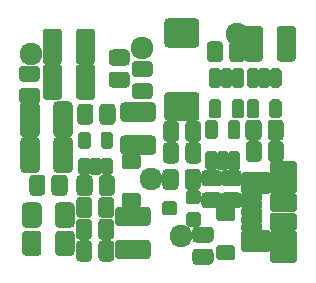
<source format=gbr>
G04 #@! TF.GenerationSoftware,KiCad,Pcbnew,5.1.8+dfsg1-1~bpo10+1*
G04 #@! TF.CreationDate,2020-11-10T16:56:22+03:00*
G04 #@! TF.ProjectId,cs,63732e6b-6963-4616-945f-706362585858,rev?*
G04 #@! TF.SameCoordinates,Original*
G04 #@! TF.FileFunction,Soldermask,Bot*
G04 #@! TF.FilePolarity,Negative*
%FSLAX46Y46*%
G04 Gerber Fmt 4.6, Leading zero omitted, Abs format (unit mm)*
G04 Created by KiCad (PCBNEW 5.1.8+dfsg1-1~bpo10+1) date 2020-11-10 16:56:22*
%MOMM*%
%LPD*%
G01*
G04 APERTURE LIST*
%ADD10C,1.924000*%
G04 APERTURE END LIST*
G36*
G01*
X228305400Y-23015200D02*
X228955400Y-23015200D01*
G75*
G02*
X229155400Y-23215200I0J-200000D01*
G01*
X229155400Y-24435200D01*
G75*
G02*
X228955400Y-24635200I-200000J0D01*
G01*
X228305400Y-24635200D01*
G75*
G02*
X228105400Y-24435200I0J200000D01*
G01*
X228105400Y-23215200D01*
G75*
G02*
X228305400Y-23015200I200000J0D01*
G01*
G37*
G36*
G01*
X229255400Y-23015200D02*
X229905400Y-23015200D01*
G75*
G02*
X230105400Y-23215200I0J-200000D01*
G01*
X230105400Y-24435200D01*
G75*
G02*
X229905400Y-24635200I-200000J0D01*
G01*
X229255400Y-24635200D01*
G75*
G02*
X229055400Y-24435200I0J200000D01*
G01*
X229055400Y-23215200D01*
G75*
G02*
X229255400Y-23015200I200000J0D01*
G01*
G37*
G36*
G01*
X230205400Y-23015200D02*
X230855400Y-23015200D01*
G75*
G02*
X231055400Y-23215200I0J-200000D01*
G01*
X231055400Y-24435200D01*
G75*
G02*
X230855400Y-24635200I-200000J0D01*
G01*
X230205400Y-24635200D01*
G75*
G02*
X230005400Y-24435200I0J200000D01*
G01*
X230005400Y-23215200D01*
G75*
G02*
X230205400Y-23015200I200000J0D01*
G01*
G37*
G36*
G01*
X230205400Y-25635200D02*
X230855400Y-25635200D01*
G75*
G02*
X231055400Y-25835200I0J-200000D01*
G01*
X231055400Y-27055200D01*
G75*
G02*
X230855400Y-27255200I-200000J0D01*
G01*
X230205400Y-27255200D01*
G75*
G02*
X230005400Y-27055200I0J200000D01*
G01*
X230005400Y-25835200D01*
G75*
G02*
X230205400Y-25635200I200000J0D01*
G01*
G37*
G36*
G01*
X228305400Y-25635200D02*
X228955400Y-25635200D01*
G75*
G02*
X229155400Y-25835200I0J-200000D01*
G01*
X229155400Y-27055200D01*
G75*
G02*
X228955400Y-27255200I-200000J0D01*
G01*
X228305400Y-27255200D01*
G75*
G02*
X228105400Y-27055200I0J200000D01*
G01*
X228105400Y-25835200D01*
G75*
G02*
X228305400Y-25635200I200000J0D01*
G01*
G37*
G36*
G01*
X216585680Y-32045660D02*
X215935680Y-32045660D01*
G75*
G02*
X215735680Y-31845660I0J200000D01*
G01*
X215735680Y-30785660D01*
G75*
G02*
X215935680Y-30585660I200000J0D01*
G01*
X216585680Y-30585660D01*
G75*
G02*
X216785680Y-30785660I0J-200000D01*
G01*
X216785680Y-31845660D01*
G75*
G02*
X216585680Y-32045660I-200000J0D01*
G01*
G37*
G36*
G01*
X215635680Y-32045660D02*
X214985680Y-32045660D01*
G75*
G02*
X214785680Y-31845660I0J200000D01*
G01*
X214785680Y-30785660D01*
G75*
G02*
X214985680Y-30585660I200000J0D01*
G01*
X215635680Y-30585660D01*
G75*
G02*
X215835680Y-30785660I0J-200000D01*
G01*
X215835680Y-31845660D01*
G75*
G02*
X215635680Y-32045660I-200000J0D01*
G01*
G37*
G36*
G01*
X214685680Y-32045660D02*
X214035680Y-32045660D01*
G75*
G02*
X213835680Y-31845660I0J200000D01*
G01*
X213835680Y-30785660D01*
G75*
G02*
X214035680Y-30585660I200000J0D01*
G01*
X214685680Y-30585660D01*
G75*
G02*
X214885680Y-30785660I0J-200000D01*
G01*
X214885680Y-31845660D01*
G75*
G02*
X214685680Y-32045660I-200000J0D01*
G01*
G37*
G36*
G01*
X214685680Y-29845660D02*
X214035680Y-29845660D01*
G75*
G02*
X213835680Y-29645660I0J200000D01*
G01*
X213835680Y-28585660D01*
G75*
G02*
X214035680Y-28385660I200000J0D01*
G01*
X214685680Y-28385660D01*
G75*
G02*
X214885680Y-28585660I0J-200000D01*
G01*
X214885680Y-29645660D01*
G75*
G02*
X214685680Y-29845660I-200000J0D01*
G01*
G37*
G36*
G01*
X216585680Y-29845660D02*
X215935680Y-29845660D01*
G75*
G02*
X215735680Y-29645660I0J200000D01*
G01*
X215735680Y-28585660D01*
G75*
G02*
X215935680Y-28385660I200000J0D01*
G01*
X216585680Y-28385660D01*
G75*
G02*
X216785680Y-28585660I0J-200000D01*
G01*
X216785680Y-29645660D01*
G75*
G02*
X216585680Y-29845660I-200000J0D01*
G01*
G37*
D10*
X219219780Y-21277580D03*
G36*
G01*
X224220800Y-33514000D02*
X224220800Y-34314000D01*
G75*
G02*
X224020800Y-34514000I-200000J0D01*
G01*
X223120800Y-34514000D01*
G75*
G02*
X222920800Y-34314000I0J200000D01*
G01*
X222920800Y-33514000D01*
G75*
G02*
X223120800Y-33314000I200000J0D01*
G01*
X224020800Y-33314000D01*
G75*
G02*
X224220800Y-33514000I0J-200000D01*
G01*
G37*
G36*
G01*
X224220800Y-35414000D02*
X224220800Y-36214000D01*
G75*
G02*
X224020800Y-36414000I-200000J0D01*
G01*
X223120800Y-36414000D01*
G75*
G02*
X222920800Y-36214000I0J200000D01*
G01*
X222920800Y-35414000D01*
G75*
G02*
X223120800Y-35214000I200000J0D01*
G01*
X224020800Y-35214000D01*
G75*
G02*
X224220800Y-35414000I0J-200000D01*
G01*
G37*
G36*
G01*
X222220800Y-34464000D02*
X222220800Y-35264000D01*
G75*
G02*
X222020800Y-35464000I-200000J0D01*
G01*
X221120800Y-35464000D01*
G75*
G02*
X220920800Y-35264000I0J200000D01*
G01*
X220920800Y-34464000D01*
G75*
G02*
X221120800Y-34264000I200000J0D01*
G01*
X222020800Y-34264000D01*
G75*
G02*
X222220800Y-34464000I0J-200000D01*
G01*
G37*
G36*
G01*
X213673020Y-33487350D02*
X213673020Y-32374850D01*
G75*
G02*
X214016770Y-32031100I343750J0D01*
G01*
X214704270Y-32031100D01*
G75*
G02*
X215048020Y-32374850I0J-343750D01*
G01*
X215048020Y-33487350D01*
G75*
G02*
X214704270Y-33831100I-343750J0D01*
G01*
X214016770Y-33831100D01*
G75*
G02*
X213673020Y-33487350I0J343750D01*
G01*
G37*
G36*
G01*
X215548020Y-33487350D02*
X215548020Y-32374850D01*
G75*
G02*
X215891770Y-32031100I343750J0D01*
G01*
X216579270Y-32031100D01*
G75*
G02*
X216923020Y-32374850I0J-343750D01*
G01*
X216923020Y-33487350D01*
G75*
G02*
X216579270Y-33831100I-343750J0D01*
G01*
X215891770Y-33831100D01*
G75*
G02*
X215548020Y-33487350I0J343750D01*
G01*
G37*
G36*
G01*
X227335000Y-31645600D02*
X226685000Y-31645600D01*
G75*
G02*
X226485000Y-31445600I0J200000D01*
G01*
X226485000Y-30225600D01*
G75*
G02*
X226685000Y-30025600I200000J0D01*
G01*
X227335000Y-30025600D01*
G75*
G02*
X227535000Y-30225600I0J-200000D01*
G01*
X227535000Y-31445600D01*
G75*
G02*
X227335000Y-31645600I-200000J0D01*
G01*
G37*
G36*
G01*
X226385000Y-31645600D02*
X225735000Y-31645600D01*
G75*
G02*
X225535000Y-31445600I0J200000D01*
G01*
X225535000Y-30225600D01*
G75*
G02*
X225735000Y-30025600I200000J0D01*
G01*
X226385000Y-30025600D01*
G75*
G02*
X226585000Y-30225600I0J-200000D01*
G01*
X226585000Y-31445600D01*
G75*
G02*
X226385000Y-31645600I-200000J0D01*
G01*
G37*
G36*
G01*
X225435000Y-31645600D02*
X224785000Y-31645600D01*
G75*
G02*
X224585000Y-31445600I0J200000D01*
G01*
X224585000Y-30225600D01*
G75*
G02*
X224785000Y-30025600I200000J0D01*
G01*
X225435000Y-30025600D01*
G75*
G02*
X225635000Y-30225600I0J-200000D01*
G01*
X225635000Y-31445600D01*
G75*
G02*
X225435000Y-31645600I-200000J0D01*
G01*
G37*
G36*
G01*
X225435000Y-29025600D02*
X224785000Y-29025600D01*
G75*
G02*
X224585000Y-28825600I0J200000D01*
G01*
X224585000Y-27605600D01*
G75*
G02*
X224785000Y-27405600I200000J0D01*
G01*
X225435000Y-27405600D01*
G75*
G02*
X225635000Y-27605600I0J-200000D01*
G01*
X225635000Y-28825600D01*
G75*
G02*
X225435000Y-29025600I-200000J0D01*
G01*
G37*
G36*
G01*
X227335000Y-29025600D02*
X226685000Y-29025600D01*
G75*
G02*
X226485000Y-28825600I0J200000D01*
G01*
X226485000Y-27605600D01*
G75*
G02*
X226685000Y-27405600I200000J0D01*
G01*
X227335000Y-27405600D01*
G75*
G02*
X227535000Y-27605600I0J-200000D01*
G01*
X227535000Y-28825600D01*
G75*
G02*
X227335000Y-29025600I-200000J0D01*
G01*
G37*
G36*
G01*
X213628120Y-25360560D02*
X213628120Y-22970560D01*
G75*
G02*
X213958120Y-22640560I330000J0D01*
G01*
X214948120Y-22640560D01*
G75*
G02*
X215278120Y-22970560I0J-330000D01*
G01*
X215278120Y-25360560D01*
G75*
G02*
X214948120Y-25690560I-330000J0D01*
G01*
X213958120Y-25690560D01*
G75*
G02*
X213628120Y-25360560I0J330000D01*
G01*
G37*
G36*
G01*
X210828120Y-25360560D02*
X210828120Y-22970560D01*
G75*
G02*
X211158120Y-22640560I330000J0D01*
G01*
X212148120Y-22640560D01*
G75*
G02*
X212478120Y-22970560I0J-330000D01*
G01*
X212478120Y-25360560D01*
G75*
G02*
X212148120Y-25690560I-330000J0D01*
G01*
X211158120Y-25690560D01*
G75*
G02*
X210828120Y-25360560I0J330000D01*
G01*
G37*
G36*
G01*
X215017780Y-34231590D02*
X215017780Y-35344090D01*
G75*
G02*
X214674030Y-35687840I-343750J0D01*
G01*
X213986530Y-35687840D01*
G75*
G02*
X213642780Y-35344090I0J343750D01*
G01*
X213642780Y-34231590D01*
G75*
G02*
X213986530Y-33887840I343750J0D01*
G01*
X214674030Y-33887840D01*
G75*
G02*
X215017780Y-34231590I0J-343750D01*
G01*
G37*
G36*
G01*
X216892780Y-34231590D02*
X216892780Y-35344090D01*
G75*
G02*
X216549030Y-35687840I-343750J0D01*
G01*
X215861530Y-35687840D01*
G75*
G02*
X215517780Y-35344090I0J343750D01*
G01*
X215517780Y-34231590D01*
G75*
G02*
X215861530Y-33887840I343750J0D01*
G01*
X216549030Y-33887840D01*
G75*
G02*
X216892780Y-34231590I0J-343750D01*
G01*
G37*
G36*
G01*
X217252620Y-34717220D02*
X219642620Y-34717220D01*
G75*
G02*
X219972620Y-35047220I0J-330000D01*
G01*
X219972620Y-36037220D01*
G75*
G02*
X219642620Y-36367220I-330000J0D01*
G01*
X217252620Y-36367220D01*
G75*
G02*
X216922620Y-36037220I0J330000D01*
G01*
X216922620Y-35047220D01*
G75*
G02*
X217252620Y-34717220I330000J0D01*
G01*
G37*
G36*
G01*
X217252620Y-37517220D02*
X219642620Y-37517220D01*
G75*
G02*
X219972620Y-37847220I0J-330000D01*
G01*
X219972620Y-38837220D01*
G75*
G02*
X219642620Y-39167220I-330000J0D01*
G01*
X217252620Y-39167220D01*
G75*
G02*
X216922620Y-38837220I0J330000D01*
G01*
X216922620Y-37847220D01*
G75*
G02*
X217252620Y-37517220I330000J0D01*
G01*
G37*
G36*
G01*
X226914000Y-39258000D02*
X225714000Y-39258000D01*
G75*
G02*
X225514000Y-39058000I0J200000D01*
G01*
X225514000Y-38158000D01*
G75*
G02*
X225714000Y-37958000I200000J0D01*
G01*
X226914000Y-37958000D01*
G75*
G02*
X227114000Y-38158000I0J-200000D01*
G01*
X227114000Y-39058000D01*
G75*
G02*
X226914000Y-39258000I-200000J0D01*
G01*
G37*
G36*
G01*
X226914000Y-35958000D02*
X225714000Y-35958000D01*
G75*
G02*
X225514000Y-35758000I0J200000D01*
G01*
X225514000Y-34858000D01*
G75*
G02*
X225714000Y-34658000I200000J0D01*
G01*
X226914000Y-34658000D01*
G75*
G02*
X227114000Y-34858000I0J-200000D01*
G01*
X227114000Y-35758000D01*
G75*
G02*
X226914000Y-35958000I-200000J0D01*
G01*
G37*
G36*
G01*
X218907920Y-31553640D02*
X217707920Y-31553640D01*
G75*
G02*
X217507920Y-31353640I0J200000D01*
G01*
X217507920Y-30453640D01*
G75*
G02*
X217707920Y-30253640I200000J0D01*
G01*
X218907920Y-30253640D01*
G75*
G02*
X219107920Y-30453640I0J-200000D01*
G01*
X219107920Y-31353640D01*
G75*
G02*
X218907920Y-31553640I-200000J0D01*
G01*
G37*
G36*
G01*
X218907920Y-34853640D02*
X217707920Y-34853640D01*
G75*
G02*
X217507920Y-34653640I0J200000D01*
G01*
X217507920Y-33753640D01*
G75*
G02*
X217707920Y-33553640I200000J0D01*
G01*
X218907920Y-33553640D01*
G75*
G02*
X219107920Y-33753640I0J-200000D01*
G01*
X219107920Y-34653640D01*
G75*
G02*
X218907920Y-34853640I-200000J0D01*
G01*
G37*
G36*
G01*
X209679900Y-33464490D02*
X209679900Y-32351990D01*
G75*
G02*
X210023650Y-32008240I343750J0D01*
G01*
X210711150Y-32008240D01*
G75*
G02*
X211054900Y-32351990I0J-343750D01*
G01*
X211054900Y-33464490D01*
G75*
G02*
X210711150Y-33808240I-343750J0D01*
G01*
X210023650Y-33808240D01*
G75*
G02*
X209679900Y-33464490I0J343750D01*
G01*
G37*
G36*
G01*
X211554900Y-33464490D02*
X211554900Y-32351990D01*
G75*
G02*
X211898650Y-32008240I343750J0D01*
G01*
X212586150Y-32008240D01*
G75*
G02*
X212929900Y-32351990I0J-343750D01*
G01*
X212929900Y-33464490D01*
G75*
G02*
X212586150Y-33808240I-343750J0D01*
G01*
X211898650Y-33808240D01*
G75*
G02*
X211554900Y-33464490I0J343750D01*
G01*
G37*
G36*
G01*
X209146150Y-22781620D02*
X210258650Y-22781620D01*
G75*
G02*
X210602400Y-23125370I0J-343750D01*
G01*
X210602400Y-23812870D01*
G75*
G02*
X210258650Y-24156620I-343750J0D01*
G01*
X209146150Y-24156620D01*
G75*
G02*
X208802400Y-23812870I0J343750D01*
G01*
X208802400Y-23125370D01*
G75*
G02*
X209146150Y-22781620I343750J0D01*
G01*
G37*
G36*
G01*
X209146150Y-24656620D02*
X210258650Y-24656620D01*
G75*
G02*
X210602400Y-25000370I0J-343750D01*
G01*
X210602400Y-25687870D01*
G75*
G02*
X210258650Y-26031620I-343750J0D01*
G01*
X209146150Y-26031620D01*
G75*
G02*
X208802400Y-25687870I0J343750D01*
G01*
X208802400Y-25000370D01*
G75*
G02*
X209146150Y-24656620I343750J0D01*
G01*
G37*
G36*
G01*
X222827900Y-32966650D02*
X222827900Y-31854150D01*
G75*
G02*
X223171650Y-31510400I343750J0D01*
G01*
X223859150Y-31510400D01*
G75*
G02*
X224202900Y-31854150I0J-343750D01*
G01*
X224202900Y-32966650D01*
G75*
G02*
X223859150Y-33310400I-343750J0D01*
G01*
X223171650Y-33310400D01*
G75*
G02*
X222827900Y-32966650I0J343750D01*
G01*
G37*
G36*
G01*
X220952900Y-32966650D02*
X220952900Y-31854150D01*
G75*
G02*
X221296650Y-31510400I343750J0D01*
G01*
X221984150Y-31510400D01*
G75*
G02*
X222327900Y-31854150I0J-343750D01*
G01*
X222327900Y-32966650D01*
G75*
G02*
X221984150Y-33310400I-343750J0D01*
G01*
X221296650Y-33310400D01*
G75*
G02*
X220952900Y-32966650I0J343750D01*
G01*
G37*
G36*
G01*
X216874520Y-36088330D02*
X216874520Y-37200830D01*
G75*
G02*
X216530770Y-37544580I-343750J0D01*
G01*
X215843270Y-37544580D01*
G75*
G02*
X215499520Y-37200830I0J343750D01*
G01*
X215499520Y-36088330D01*
G75*
G02*
X215843270Y-35744580I343750J0D01*
G01*
X216530770Y-35744580D01*
G75*
G02*
X216874520Y-36088330I0J-343750D01*
G01*
G37*
G36*
G01*
X214999520Y-36088330D02*
X214999520Y-37200830D01*
G75*
G02*
X214655770Y-37544580I-343750J0D01*
G01*
X213968270Y-37544580D01*
G75*
G02*
X213624520Y-37200830I0J343750D01*
G01*
X213624520Y-36088330D01*
G75*
G02*
X213968270Y-35744580I343750J0D01*
G01*
X214655770Y-35744580D01*
G75*
G02*
X214999520Y-36088330I0J-343750D01*
G01*
G37*
G36*
G01*
X228003460Y-30609530D02*
X228003460Y-29497030D01*
G75*
G02*
X228347210Y-29153280I343750J0D01*
G01*
X229034710Y-29153280D01*
G75*
G02*
X229378460Y-29497030I0J-343750D01*
G01*
X229378460Y-30609530D01*
G75*
G02*
X229034710Y-30953280I-343750J0D01*
G01*
X228347210Y-30953280D01*
G75*
G02*
X228003460Y-30609530I0J343750D01*
G01*
G37*
G36*
G01*
X229878460Y-30609530D02*
X229878460Y-29497030D01*
G75*
G02*
X230222210Y-29153280I343750J0D01*
G01*
X230909710Y-29153280D01*
G75*
G02*
X231253460Y-29497030I0J-343750D01*
G01*
X231253460Y-30609530D01*
G75*
G02*
X230909710Y-30953280I-343750J0D01*
G01*
X230222210Y-30953280D01*
G75*
G02*
X229878460Y-30609530I0J343750D01*
G01*
G37*
G36*
G01*
X225701850Y-33000900D02*
X224589350Y-33000900D01*
G75*
G02*
X224245600Y-32657150I0J343750D01*
G01*
X224245600Y-31969650D01*
G75*
G02*
X224589350Y-31625900I343750J0D01*
G01*
X225701850Y-31625900D01*
G75*
G02*
X226045600Y-31969650I0J-343750D01*
G01*
X226045600Y-32657150D01*
G75*
G02*
X225701850Y-33000900I-343750J0D01*
G01*
G37*
G36*
G01*
X225701850Y-34875900D02*
X224589350Y-34875900D01*
G75*
G02*
X224245600Y-34532150I0J343750D01*
G01*
X224245600Y-33844650D01*
G75*
G02*
X224589350Y-33500900I343750J0D01*
G01*
X225701850Y-33500900D01*
G75*
G02*
X226045600Y-33844650I0J-343750D01*
G01*
X226045600Y-34532150D01*
G75*
G02*
X225701850Y-34875900I-343750J0D01*
G01*
G37*
G36*
G01*
X224253700Y-29618950D02*
X224253700Y-30731450D01*
G75*
G02*
X223909950Y-31075200I-343750J0D01*
G01*
X223222450Y-31075200D01*
G75*
G02*
X222878700Y-30731450I0J343750D01*
G01*
X222878700Y-29618950D01*
G75*
G02*
X223222450Y-29275200I343750J0D01*
G01*
X223909950Y-29275200D01*
G75*
G02*
X224253700Y-29618950I0J-343750D01*
G01*
G37*
G36*
G01*
X222378700Y-29618950D02*
X222378700Y-30731450D01*
G75*
G02*
X222034950Y-31075200I-343750J0D01*
G01*
X221347450Y-31075200D01*
G75*
G02*
X221003700Y-30731450I0J343750D01*
G01*
X221003700Y-29618950D01*
G75*
G02*
X221347450Y-29275200I343750J0D01*
G01*
X222034950Y-29275200D01*
G75*
G02*
X222378700Y-29618950I0J-343750D01*
G01*
G37*
G36*
G01*
X221003700Y-28902650D02*
X221003700Y-27790150D01*
G75*
G02*
X221347450Y-27446400I343750J0D01*
G01*
X222034950Y-27446400D01*
G75*
G02*
X222378700Y-27790150I0J-343750D01*
G01*
X222378700Y-28902650D01*
G75*
G02*
X222034950Y-29246400I-343750J0D01*
G01*
X221347450Y-29246400D01*
G75*
G02*
X221003700Y-28902650I0J343750D01*
G01*
G37*
G36*
G01*
X222878700Y-28902650D02*
X222878700Y-27790150D01*
G75*
G02*
X223222450Y-27446400I343750J0D01*
G01*
X223909950Y-27446400D01*
G75*
G02*
X224253700Y-27790150I0J-343750D01*
G01*
X224253700Y-28902650D01*
G75*
G02*
X223909950Y-29246400I-343750J0D01*
G01*
X223222450Y-29246400D01*
G75*
G02*
X222878700Y-28902650I0J343750D01*
G01*
G37*
X209798920Y-21808440D03*
X219964000Y-32359600D03*
X222554800Y-37185600D03*
G36*
G01*
X223827350Y-36401100D02*
X224939850Y-36401100D01*
G75*
G02*
X225283600Y-36744850I0J-343750D01*
G01*
X225283600Y-37432350D01*
G75*
G02*
X224939850Y-37776100I-343750J0D01*
G01*
X223827350Y-37776100D01*
G75*
G02*
X223483600Y-37432350I0J343750D01*
G01*
X223483600Y-36744850D01*
G75*
G02*
X223827350Y-36401100I343750J0D01*
G01*
G37*
G36*
G01*
X223827350Y-38276100D02*
X224939850Y-38276100D01*
G75*
G02*
X225283600Y-38619850I0J-343750D01*
G01*
X225283600Y-39307350D01*
G75*
G02*
X224939850Y-39651100I-343750J0D01*
G01*
X223827350Y-39651100D01*
G75*
G02*
X223483600Y-39307350I0J343750D01*
G01*
X223483600Y-38619850D01*
G75*
G02*
X223827350Y-38276100I343750J0D01*
G01*
G37*
G36*
G01*
X227327450Y-32996300D02*
X226214950Y-32996300D01*
G75*
G02*
X225871200Y-32652550I0J343750D01*
G01*
X225871200Y-31965050D01*
G75*
G02*
X226214950Y-31621300I343750J0D01*
G01*
X227327450Y-31621300D01*
G75*
G02*
X227671200Y-31965050I0J-343750D01*
G01*
X227671200Y-32652550D01*
G75*
G02*
X227327450Y-32996300I-343750J0D01*
G01*
G37*
G36*
G01*
X227327450Y-34871300D02*
X226214950Y-34871300D01*
G75*
G02*
X225871200Y-34527550I0J343750D01*
G01*
X225871200Y-33840050D01*
G75*
G02*
X226214950Y-33496300I343750J0D01*
G01*
X227327450Y-33496300D01*
G75*
G02*
X227671200Y-33840050I0J-343750D01*
G01*
X227671200Y-34527550D01*
G75*
G02*
X227327450Y-34871300I-343750J0D01*
G01*
G37*
G36*
G01*
X227978060Y-28801050D02*
X227978060Y-27688550D01*
G75*
G02*
X228321810Y-27344800I343750J0D01*
G01*
X229009310Y-27344800D01*
G75*
G02*
X229353060Y-27688550I0J-343750D01*
G01*
X229353060Y-28801050D01*
G75*
G02*
X229009310Y-29144800I-343750J0D01*
G01*
X228321810Y-29144800D01*
G75*
G02*
X227978060Y-28801050I0J343750D01*
G01*
G37*
G36*
G01*
X229853060Y-28801050D02*
X229853060Y-27688550D01*
G75*
G02*
X230196810Y-27344800I343750J0D01*
G01*
X230884310Y-27344800D01*
G75*
G02*
X231228060Y-27688550I0J-343750D01*
G01*
X231228060Y-28801050D01*
G75*
G02*
X230884310Y-29144800I-343750J0D01*
G01*
X230196810Y-29144800D01*
G75*
G02*
X229853060Y-28801050I0J343750D01*
G01*
G37*
G36*
G01*
X218696550Y-24252760D02*
X219809050Y-24252760D01*
G75*
G02*
X220152800Y-24596510I0J-343750D01*
G01*
X220152800Y-25284010D01*
G75*
G02*
X219809050Y-25627760I-343750J0D01*
G01*
X218696550Y-25627760D01*
G75*
G02*
X218352800Y-25284010I0J343750D01*
G01*
X218352800Y-24596510D01*
G75*
G02*
X218696550Y-24252760I343750J0D01*
G01*
G37*
G36*
G01*
X218696550Y-22377760D02*
X219809050Y-22377760D01*
G75*
G02*
X220152800Y-22721510I0J-343750D01*
G01*
X220152800Y-23409010D01*
G75*
G02*
X219809050Y-23752760I-343750J0D01*
G01*
X218696550Y-23752760D01*
G75*
G02*
X218352800Y-23409010I0J343750D01*
G01*
X218352800Y-22721510D01*
G75*
G02*
X218696550Y-22377760I343750J0D01*
G01*
G37*
G36*
G01*
X215017780Y-37917130D02*
X215017780Y-39029630D01*
G75*
G02*
X214674030Y-39373380I-343750J0D01*
G01*
X213986530Y-39373380D01*
G75*
G02*
X213642780Y-39029630I0J343750D01*
G01*
X213642780Y-37917130D01*
G75*
G02*
X213986530Y-37573380I343750J0D01*
G01*
X214674030Y-37573380D01*
G75*
G02*
X215017780Y-37917130I0J-343750D01*
G01*
G37*
G36*
G01*
X216892780Y-37917130D02*
X216892780Y-39029630D01*
G75*
G02*
X216549030Y-39373380I-343750J0D01*
G01*
X215861530Y-39373380D01*
G75*
G02*
X215517780Y-39029630I0J343750D01*
G01*
X215517780Y-37917130D01*
G75*
G02*
X215861530Y-37573380I343750J0D01*
G01*
X216549030Y-37573380D01*
G75*
G02*
X216892780Y-37917130I0J-343750D01*
G01*
G37*
G36*
G01*
X225105000Y-23015200D02*
X225755000Y-23015200D01*
G75*
G02*
X225955000Y-23215200I0J-200000D01*
G01*
X225955000Y-24435200D01*
G75*
G02*
X225755000Y-24635200I-200000J0D01*
G01*
X225105000Y-24635200D01*
G75*
G02*
X224905000Y-24435200I0J200000D01*
G01*
X224905000Y-23215200D01*
G75*
G02*
X225105000Y-23015200I200000J0D01*
G01*
G37*
G36*
G01*
X226055000Y-23015200D02*
X226705000Y-23015200D01*
G75*
G02*
X226905000Y-23215200I0J-200000D01*
G01*
X226905000Y-24435200D01*
G75*
G02*
X226705000Y-24635200I-200000J0D01*
G01*
X226055000Y-24635200D01*
G75*
G02*
X225855000Y-24435200I0J200000D01*
G01*
X225855000Y-23215200D01*
G75*
G02*
X226055000Y-23015200I200000J0D01*
G01*
G37*
G36*
G01*
X227005000Y-23015200D02*
X227655000Y-23015200D01*
G75*
G02*
X227855000Y-23215200I0J-200000D01*
G01*
X227855000Y-24435200D01*
G75*
G02*
X227655000Y-24635200I-200000J0D01*
G01*
X227005000Y-24635200D01*
G75*
G02*
X226805000Y-24435200I0J200000D01*
G01*
X226805000Y-23215200D01*
G75*
G02*
X227005000Y-23015200I200000J0D01*
G01*
G37*
G36*
G01*
X227005000Y-25635200D02*
X227655000Y-25635200D01*
G75*
G02*
X227855000Y-25835200I0J-200000D01*
G01*
X227855000Y-27055200D01*
G75*
G02*
X227655000Y-27255200I-200000J0D01*
G01*
X227005000Y-27255200D01*
G75*
G02*
X226805000Y-27055200I0J200000D01*
G01*
X226805000Y-25835200D01*
G75*
G02*
X227005000Y-25635200I200000J0D01*
G01*
G37*
G36*
G01*
X225105000Y-25635200D02*
X225755000Y-25635200D01*
G75*
G02*
X225955000Y-25835200I0J-200000D01*
G01*
X225955000Y-27055200D01*
G75*
G02*
X225755000Y-27255200I-200000J0D01*
G01*
X225105000Y-27255200D01*
G75*
G02*
X224905000Y-27055200I0J200000D01*
G01*
X224905000Y-25835200D01*
G75*
G02*
X225105000Y-25635200I200000J0D01*
G01*
G37*
G36*
G01*
X208932360Y-31542920D02*
X208932360Y-29152920D01*
G75*
G02*
X209262360Y-28822920I330000J0D01*
G01*
X210252360Y-28822920D01*
G75*
G02*
X210582360Y-29152920I0J-330000D01*
G01*
X210582360Y-31542920D01*
G75*
G02*
X210252360Y-31872920I-330000J0D01*
G01*
X209262360Y-31872920D01*
G75*
G02*
X208932360Y-31542920I0J330000D01*
G01*
G37*
G36*
G01*
X211732360Y-31542920D02*
X211732360Y-29152920D01*
G75*
G02*
X212062360Y-28822920I330000J0D01*
G01*
X213052360Y-28822920D01*
G75*
G02*
X213382360Y-29152920I0J-330000D01*
G01*
X213382360Y-31542920D01*
G75*
G02*
X213052360Y-31872920I-330000J0D01*
G01*
X212062360Y-31872920D01*
G75*
G02*
X211732360Y-31542920I0J330000D01*
G01*
G37*
G36*
G01*
X211705340Y-28530480D02*
X211705340Y-26140480D01*
G75*
G02*
X212035340Y-25810480I330000J0D01*
G01*
X213025340Y-25810480D01*
G75*
G02*
X213355340Y-26140480I0J-330000D01*
G01*
X213355340Y-28530480D01*
G75*
G02*
X213025340Y-28860480I-330000J0D01*
G01*
X212035340Y-28860480D01*
G75*
G02*
X211705340Y-28530480I0J330000D01*
G01*
G37*
G36*
G01*
X208905340Y-28530480D02*
X208905340Y-26140480D01*
G75*
G02*
X209235340Y-25810480I330000J0D01*
G01*
X210225340Y-25810480D01*
G75*
G02*
X210555340Y-26140480I0J-330000D01*
G01*
X210555340Y-28530480D01*
G75*
G02*
X210225340Y-28860480I-330000J0D01*
G01*
X209235340Y-28860480D01*
G75*
G02*
X208905340Y-28530480I0J330000D01*
G01*
G37*
G36*
G01*
X213614500Y-22360820D02*
X213614500Y-19970820D01*
G75*
G02*
X213944500Y-19640820I330000J0D01*
G01*
X214934500Y-19640820D01*
G75*
G02*
X215264500Y-19970820I0J-330000D01*
G01*
X215264500Y-22360820D01*
G75*
G02*
X214934500Y-22690820I-330000J0D01*
G01*
X213944500Y-22690820D01*
G75*
G02*
X213614500Y-22360820I0J330000D01*
G01*
G37*
G36*
G01*
X210814500Y-22360820D02*
X210814500Y-19970820D01*
G75*
G02*
X211144500Y-19640820I330000J0D01*
G01*
X212134500Y-19640820D01*
G75*
G02*
X212464500Y-19970820I0J-330000D01*
G01*
X212464500Y-22360820D01*
G75*
G02*
X212134500Y-22690820I-330000J0D01*
G01*
X211144500Y-22690820D01*
G75*
G02*
X210814500Y-22360820I0J330000D01*
G01*
G37*
X227228400Y-20116800D03*
G36*
G01*
X217702200Y-25889800D02*
X220092200Y-25889800D01*
G75*
G02*
X220422200Y-26219800I0J-330000D01*
G01*
X220422200Y-27209800D01*
G75*
G02*
X220092200Y-27539800I-330000J0D01*
G01*
X217702200Y-27539800D01*
G75*
G02*
X217372200Y-27209800I0J330000D01*
G01*
X217372200Y-26219800D01*
G75*
G02*
X217702200Y-25889800I330000J0D01*
G01*
G37*
G36*
G01*
X217702200Y-28689800D02*
X220092200Y-28689800D01*
G75*
G02*
X220422200Y-29019800I0J-330000D01*
G01*
X220422200Y-30009800D01*
G75*
G02*
X220092200Y-30339800I-330000J0D01*
G01*
X217702200Y-30339800D01*
G75*
G02*
X217372200Y-30009800I0J330000D01*
G01*
X217372200Y-29019800D01*
G75*
G02*
X217702200Y-28689800I330000J0D01*
G01*
G37*
G36*
G01*
X223782408Y-27477700D02*
X221428792Y-27477700D01*
G75*
G02*
X221130600Y-27179508I0J298192D01*
G01*
X221130600Y-25300892D01*
G75*
G02*
X221428792Y-25002700I298192J0D01*
G01*
X223782408Y-25002700D01*
G75*
G02*
X224080600Y-25300892I0J-298192D01*
G01*
X224080600Y-27179508D01*
G75*
G02*
X223782408Y-27477700I-298192J0D01*
G01*
G37*
G36*
G01*
X223782408Y-21252700D02*
X221428792Y-21252700D01*
G75*
G02*
X221130600Y-20954508I0J298192D01*
G01*
X221130600Y-19075892D01*
G75*
G02*
X221428792Y-18777700I298192J0D01*
G01*
X223782408Y-18777700D01*
G75*
G02*
X224080600Y-19075892I0J-298192D01*
G01*
X224080600Y-20954508D01*
G75*
G02*
X223782408Y-21252700I-298192J0D01*
G01*
G37*
G36*
G01*
X227966700Y-21033750D02*
X227966700Y-22146250D01*
G75*
G02*
X227622950Y-22490000I-343750J0D01*
G01*
X226935450Y-22490000D01*
G75*
G02*
X226591700Y-22146250I0J343750D01*
G01*
X226591700Y-21033750D01*
G75*
G02*
X226935450Y-20690000I343750J0D01*
G01*
X227622950Y-20690000D01*
G75*
G02*
X227966700Y-21033750I0J-343750D01*
G01*
G37*
G36*
G01*
X226091700Y-21033750D02*
X226091700Y-22146250D01*
G75*
G02*
X225747950Y-22490000I-343750J0D01*
G01*
X225060450Y-22490000D01*
G75*
G02*
X224716700Y-22146250I0J343750D01*
G01*
X224716700Y-21033750D01*
G75*
G02*
X225060450Y-20690000I343750J0D01*
G01*
X225747950Y-20690000D01*
G75*
G02*
X226091700Y-21033750I0J-343750D01*
G01*
G37*
G36*
G01*
X232269800Y-19734600D02*
X232269800Y-22124600D01*
G75*
G02*
X231939800Y-22454600I-330000J0D01*
G01*
X230949800Y-22454600D01*
G75*
G02*
X230619800Y-22124600I0J330000D01*
G01*
X230619800Y-19734600D01*
G75*
G02*
X230949800Y-19404600I330000J0D01*
G01*
X231939800Y-19404600D01*
G75*
G02*
X232269800Y-19734600I0J-330000D01*
G01*
G37*
G36*
G01*
X229469800Y-19734600D02*
X229469800Y-22124600D01*
G75*
G02*
X229139800Y-22454600I-330000J0D01*
G01*
X228149800Y-22454600D01*
G75*
G02*
X227819800Y-22124600I0J330000D01*
G01*
X227819800Y-19734600D01*
G75*
G02*
X228149800Y-19404600I330000J0D01*
G01*
X229139800Y-19404600D01*
G75*
G02*
X229469800Y-19734600I0J-330000D01*
G01*
G37*
G36*
G01*
X216740750Y-23285020D02*
X217853250Y-23285020D01*
G75*
G02*
X218197000Y-23628770I0J-343750D01*
G01*
X218197000Y-24316270D01*
G75*
G02*
X217853250Y-24660020I-343750J0D01*
G01*
X216740750Y-24660020D01*
G75*
G02*
X216397000Y-24316270I0J343750D01*
G01*
X216397000Y-23628770D01*
G75*
G02*
X216740750Y-23285020I343750J0D01*
G01*
G37*
G36*
G01*
X216740750Y-21410020D02*
X217853250Y-21410020D01*
G75*
G02*
X218197000Y-21753770I0J-343750D01*
G01*
X218197000Y-22441270D01*
G75*
G02*
X217853250Y-22785020I-343750J0D01*
G01*
X216740750Y-22785020D01*
G75*
G02*
X216397000Y-22441270I0J343750D01*
G01*
X216397000Y-21753770D01*
G75*
G02*
X216740750Y-21410020I343750J0D01*
G01*
G37*
G36*
G01*
X216988600Y-26342350D02*
X216988600Y-27454850D01*
G75*
G02*
X216644850Y-27798600I-343750J0D01*
G01*
X215957350Y-27798600D01*
G75*
G02*
X215613600Y-27454850I0J343750D01*
G01*
X215613600Y-26342350D01*
G75*
G02*
X215957350Y-25998600I343750J0D01*
G01*
X216644850Y-25998600D01*
G75*
G02*
X216988600Y-26342350I0J-343750D01*
G01*
G37*
G36*
G01*
X215113600Y-26342350D02*
X215113600Y-27454850D01*
G75*
G02*
X214769850Y-27798600I-343750J0D01*
G01*
X214082350Y-27798600D01*
G75*
G02*
X213738600Y-27454850I0J343750D01*
G01*
X213738600Y-26342350D01*
G75*
G02*
X214082350Y-25998600I343750J0D01*
G01*
X214769850Y-25998600D01*
G75*
G02*
X215113600Y-26342350I0J-343750D01*
G01*
G37*
G36*
G01*
X210719520Y-34688000D02*
X210719520Y-36178000D01*
G75*
G02*
X210389520Y-36508000I-330000J0D01*
G01*
X209399520Y-36508000D01*
G75*
G02*
X209069520Y-36178000I0J330000D01*
G01*
X209069520Y-34688000D01*
G75*
G02*
X209399520Y-34358000I330000J0D01*
G01*
X210389520Y-34358000D01*
G75*
G02*
X210719520Y-34688000I0J-330000D01*
G01*
G37*
G36*
G01*
X213519520Y-34688000D02*
X213519520Y-36178000D01*
G75*
G02*
X213189520Y-36508000I-330000J0D01*
G01*
X212199520Y-36508000D01*
G75*
G02*
X211869520Y-36178000I0J330000D01*
G01*
X211869520Y-34688000D01*
G75*
G02*
X212199520Y-34358000I330000J0D01*
G01*
X213189520Y-34358000D01*
G75*
G02*
X213519520Y-34688000I0J-330000D01*
G01*
G37*
G36*
G01*
X213515360Y-37083220D02*
X213515360Y-38573220D01*
G75*
G02*
X213185360Y-38903220I-330000J0D01*
G01*
X212195360Y-38903220D01*
G75*
G02*
X211865360Y-38573220I0J330000D01*
G01*
X211865360Y-37083220D01*
G75*
G02*
X212195360Y-36753220I330000J0D01*
G01*
X213185360Y-36753220D01*
G75*
G02*
X213515360Y-37083220I0J-330000D01*
G01*
G37*
G36*
G01*
X210715360Y-37083220D02*
X210715360Y-38573220D01*
G75*
G02*
X210385360Y-38903220I-330000J0D01*
G01*
X209395360Y-38903220D01*
G75*
G02*
X209065360Y-38573220I0J330000D01*
G01*
X209065360Y-37083220D01*
G75*
G02*
X209395360Y-36753220I330000J0D01*
G01*
X210385360Y-36753220D01*
G75*
G02*
X210715360Y-37083220I0J-330000D01*
G01*
G37*
G36*
G01*
X227840800Y-33460400D02*
X229220800Y-33460400D01*
G75*
G02*
X229420800Y-33660400I0J-200000D01*
G01*
X229420800Y-34110400D01*
G75*
G02*
X229220800Y-34310400I-200000J0D01*
G01*
X227840800Y-34310400D01*
G75*
G02*
X227640800Y-34110400I0J200000D01*
G01*
X227640800Y-33660400D01*
G75*
G02*
X227840800Y-33460400I200000J0D01*
G01*
G37*
G36*
G01*
X227840800Y-34110400D02*
X229220800Y-34110400D01*
G75*
G02*
X229420800Y-34310400I0J-200000D01*
G01*
X229420800Y-34760400D01*
G75*
G02*
X229220800Y-34960400I-200000J0D01*
G01*
X227840800Y-34960400D01*
G75*
G02*
X227640800Y-34760400I0J200000D01*
G01*
X227640800Y-34310400D01*
G75*
G02*
X227840800Y-34110400I200000J0D01*
G01*
G37*
G36*
G01*
X227840800Y-34760400D02*
X229220800Y-34760400D01*
G75*
G02*
X229420800Y-34960400I0J-200000D01*
G01*
X229420800Y-35410400D01*
G75*
G02*
X229220800Y-35610400I-200000J0D01*
G01*
X227840800Y-35610400D01*
G75*
G02*
X227640800Y-35410400I0J200000D01*
G01*
X227640800Y-34960400D01*
G75*
G02*
X227840800Y-34760400I200000J0D01*
G01*
G37*
G36*
G01*
X227840800Y-35410400D02*
X229220800Y-35410400D01*
G75*
G02*
X229420800Y-35610400I0J-200000D01*
G01*
X229420800Y-36060400D01*
G75*
G02*
X229220800Y-36260400I-200000J0D01*
G01*
X227840800Y-36260400D01*
G75*
G02*
X227640800Y-36060400I0J200000D01*
G01*
X227640800Y-35610400D01*
G75*
G02*
X227840800Y-35410400I200000J0D01*
G01*
G37*
G36*
G01*
X227840800Y-36060400D02*
X229220800Y-36060400D01*
G75*
G02*
X229420800Y-36260400I0J-200000D01*
G01*
X229420800Y-36710400D01*
G75*
G02*
X229220800Y-36910400I-200000J0D01*
G01*
X227840800Y-36910400D01*
G75*
G02*
X227640800Y-36710400I0J200000D01*
G01*
X227640800Y-36260400D01*
G75*
G02*
X227840800Y-36060400I200000J0D01*
G01*
G37*
G36*
G01*
X227840800Y-31785400D02*
X229940800Y-31785400D01*
G75*
G02*
X230140800Y-31985400I0J-200000D01*
G01*
X230140800Y-33460400D01*
G75*
G02*
X229940800Y-33660400I-200000J0D01*
G01*
X227840800Y-33660400D01*
G75*
G02*
X227640800Y-33460400I0J200000D01*
G01*
X227640800Y-31985400D01*
G75*
G02*
X227840800Y-31785400I200000J0D01*
G01*
G37*
G36*
G01*
X227840800Y-36710400D02*
X229940800Y-36710400D01*
G75*
G02*
X230140800Y-36910400I0J-200000D01*
G01*
X230140800Y-38385400D01*
G75*
G02*
X229940800Y-38585400I-200000J0D01*
G01*
X227840800Y-38585400D01*
G75*
G02*
X227640800Y-38385400I0J200000D01*
G01*
X227640800Y-36910400D01*
G75*
G02*
X227840800Y-36710400I200000J0D01*
G01*
G37*
G36*
G01*
X230240800Y-30887900D02*
X232140800Y-30887900D01*
G75*
G02*
X232340800Y-31087900I0J-200000D01*
G01*
X232340800Y-33462900D01*
G75*
G02*
X232140800Y-33662900I-200000J0D01*
G01*
X230240800Y-33662900D01*
G75*
G02*
X230040800Y-33462900I0J200000D01*
G01*
X230040800Y-31087900D01*
G75*
G02*
X230240800Y-30887900I200000J0D01*
G01*
G37*
G36*
G01*
X230240800Y-36707900D02*
X232140800Y-36707900D01*
G75*
G02*
X232340800Y-36907900I0J-200000D01*
G01*
X232340800Y-39282900D01*
G75*
G02*
X232140800Y-39482900I-200000J0D01*
G01*
X230240800Y-39482900D01*
G75*
G02*
X230040800Y-39282900I0J200000D01*
G01*
X230040800Y-36907900D01*
G75*
G02*
X230240800Y-36707900I200000J0D01*
G01*
G37*
G36*
G01*
X230240800Y-33557900D02*
X232140800Y-33557900D01*
G75*
G02*
X232340800Y-33757900I0J-200000D01*
G01*
X232340800Y-34932900D01*
G75*
G02*
X232140800Y-35132900I-200000J0D01*
G01*
X230240800Y-35132900D01*
G75*
G02*
X230040800Y-34932900I0J200000D01*
G01*
X230040800Y-33757900D01*
G75*
G02*
X230240800Y-33557900I200000J0D01*
G01*
G37*
G36*
G01*
X230240800Y-35237900D02*
X232140800Y-35237900D01*
G75*
G02*
X232340800Y-35437900I0J-200000D01*
G01*
X232340800Y-36612900D01*
G75*
G02*
X232140800Y-36812900I-200000J0D01*
G01*
X230240800Y-36812900D01*
G75*
G02*
X230040800Y-36612900I0J200000D01*
G01*
X230040800Y-35437900D01*
G75*
G02*
X230240800Y-35237900I200000J0D01*
G01*
G37*
M02*

</source>
